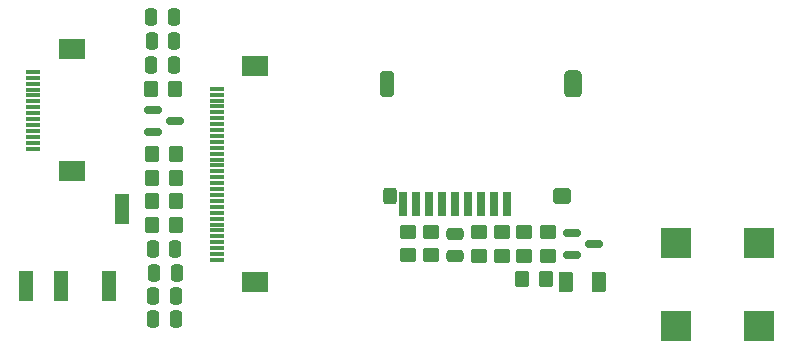
<source format=gbr>
%TF.GenerationSoftware,KiCad,Pcbnew,8.0.7-8.0.7-0~ubuntu22.04.1*%
%TF.CreationDate,2024-12-28T00:37:12+00:00*%
%TF.ProjectId,numcalcium,6e756d63-616c-4636-9975-6d2e6b696361,rev?*%
%TF.SameCoordinates,Original*%
%TF.FileFunction,Paste,Bot*%
%TF.FilePolarity,Positive*%
%FSLAX46Y46*%
G04 Gerber Fmt 4.6, Leading zero omitted, Abs format (unit mm)*
G04 Created by KiCad (PCBNEW 8.0.7-8.0.7-0~ubuntu22.04.1) date 2024-12-28 00:37:12*
%MOMM*%
%LPD*%
G01*
G04 APERTURE LIST*
G04 Aperture macros list*
%AMRoundRect*
0 Rectangle with rounded corners*
0 $1 Rounding radius*
0 $2 $3 $4 $5 $6 $7 $8 $9 X,Y pos of 4 corners*
0 Add a 4 corners polygon primitive as box body*
4,1,4,$2,$3,$4,$5,$6,$7,$8,$9,$2,$3,0*
0 Add four circle primitives for the rounded corners*
1,1,$1+$1,$2,$3*
1,1,$1+$1,$4,$5*
1,1,$1+$1,$6,$7*
1,1,$1+$1,$8,$9*
0 Add four rect primitives between the rounded corners*
20,1,$1+$1,$2,$3,$4,$5,0*
20,1,$1+$1,$4,$5,$6,$7,0*
20,1,$1+$1,$6,$7,$8,$9,0*
20,1,$1+$1,$8,$9,$2,$3,0*%
G04 Aperture macros list end*
%ADD10RoundRect,0.250000X0.250000X0.475000X-0.250000X0.475000X-0.250000X-0.475000X0.250000X-0.475000X0*%
%ADD11RoundRect,0.250000X0.350000X0.450000X-0.350000X0.450000X-0.350000X-0.450000X0.350000X-0.450000X0*%
%ADD12RoundRect,0.250000X0.450000X-0.350000X0.450000X0.350000X-0.450000X0.350000X-0.450000X-0.350000X0*%
%ADD13RoundRect,0.150000X-0.587500X-0.150000X0.587500X-0.150000X0.587500X0.150000X-0.587500X0.150000X0*%
%ADD14R,1.300000X0.300000*%
%ADD15R,2.200000X1.800000*%
%ADD16RoundRect,0.250000X-0.350000X-0.450000X0.350000X-0.450000X0.350000X0.450000X-0.350000X0.450000X0*%
%ADD17RoundRect,0.250000X-0.250000X-0.475000X0.250000X-0.475000X0.250000X0.475000X-0.250000X0.475000X0*%
%ADD18R,0.700000X2.000000*%
%ADD19RoundRect,0.300000X0.300000X0.800000X-0.300000X0.800000X-0.300000X-0.800000X0.300000X-0.800000X0*%
%ADD20RoundRect,0.300000X-0.300000X-0.400000X0.300000X-0.400000X0.300000X0.400000X-0.300000X0.400000X0*%
%ADD21RoundRect,0.350000X-0.450000X-0.350000X0.450000X-0.350000X0.450000X0.350000X-0.450000X0.350000X0*%
%ADD22RoundRect,0.381000X-0.381000X0.762000X-0.381000X-0.762000X0.381000X-0.762000X0.381000X0.762000X0*%
%ADD23R,2.500000X2.500000*%
%ADD24RoundRect,0.250000X-0.475000X0.250000X-0.475000X-0.250000X0.475000X-0.250000X0.475000X0.250000X0*%
%ADD25RoundRect,0.250000X-0.375000X-0.625000X0.375000X-0.625000X0.375000X0.625000X-0.375000X0.625000X0*%
%ADD26R,1.200000X2.500000*%
G04 APERTURE END LIST*
D10*
%TO.C,C11*%
X19015392Y28641001D03*
X17115392Y28641001D03*
%TD*%
D11*
%TO.C,R13*%
X19145792Y15083801D03*
X17145792Y15083801D03*
%TD*%
D12*
%TO.C,R21*%
X38831392Y10494801D03*
X38831392Y12494801D03*
%TD*%
D13*
%TO.C,Q8*%
X52660992Y10533001D03*
X52660992Y12433001D03*
X54535992Y11483001D03*
%TD*%
D14*
%TO.C,J5*%
X7065392Y26041001D03*
X7065392Y25541001D03*
X7065392Y25041001D03*
X7065392Y24541001D03*
X7065392Y24041001D03*
X7065392Y23541001D03*
X7065392Y23041001D03*
X7065392Y22541001D03*
X7065392Y22041001D03*
X7065392Y21541001D03*
X7065392Y21041001D03*
X7065392Y20541001D03*
X7065392Y20041001D03*
X7065392Y19541001D03*
D15*
X10315392Y27941001D03*
X10315392Y17641001D03*
%TD*%
D12*
%TO.C,R22*%
X40736392Y10494801D03*
X40736392Y12494801D03*
%TD*%
D14*
%TO.C,J4*%
X22623392Y24611801D03*
X22623392Y24111801D03*
X22623392Y23611801D03*
X22623392Y23111801D03*
X22623392Y22611801D03*
X22623392Y22111801D03*
X22623392Y21611801D03*
X22623392Y21111801D03*
X22623392Y20611801D03*
X22623392Y20111801D03*
X22623392Y19611801D03*
X22623392Y19111801D03*
X22623392Y18611801D03*
X22623392Y18111801D03*
X22623392Y17611801D03*
X22623392Y17111801D03*
X22623392Y16611801D03*
X22623392Y16111801D03*
X22623392Y15611801D03*
X22623392Y15111801D03*
X22623392Y14611801D03*
X22623392Y14111801D03*
X22623392Y13611801D03*
X22623392Y13111801D03*
X22623392Y12611801D03*
X22623392Y12111801D03*
X22623392Y11611801D03*
X22623392Y11111801D03*
X22623392Y10611801D03*
X22623392Y10111801D03*
D15*
X25873392Y26511801D03*
X25873392Y8211801D03*
%TD*%
D12*
%TO.C,R23*%
X44815392Y10441001D03*
X44815392Y12441001D03*
%TD*%
%TO.C,R27*%
X50615392Y10441001D03*
X50615392Y12441001D03*
%TD*%
D16*
%TO.C,R20*%
X17129792Y17051801D03*
X19129792Y17051801D03*
%TD*%
D17*
%TO.C,C12*%
X17245792Y5083801D03*
X19145792Y5083801D03*
%TD*%
D11*
%TO.C,R11*%
X19145792Y13083801D03*
X17145792Y13083801D03*
%TD*%
D18*
%TO.C,J12*%
X47215392Y14891001D03*
X46115392Y14891001D03*
X45015392Y14891001D03*
X43915392Y14891001D03*
X42815392Y14891001D03*
X41715392Y14891001D03*
X40615392Y14891001D03*
X39515392Y14891001D03*
X38415392Y14891001D03*
D19*
X37015392Y25041001D03*
D20*
X37265392Y15495801D03*
D21*
X51865392Y15495801D03*
D22*
X52765392Y25041001D03*
%TD*%
D12*
%TO.C,R24*%
X46720392Y10444984D03*
X46720392Y12444984D03*
%TD*%
D11*
%TO.C,R19*%
X19044992Y24577001D03*
X17044992Y24577001D03*
%TD*%
D17*
%TO.C,C9*%
X17079792Y26609001D03*
X18979792Y26609001D03*
%TD*%
D23*
%TO.C,BZ1*%
X61515392Y4527401D03*
X61515392Y11527401D03*
X68515392Y11527401D03*
X68515392Y4527401D03*
%TD*%
D24*
%TO.C,C15*%
X42815392Y12341001D03*
X42815392Y10441001D03*
%TD*%
D17*
%TO.C,C21*%
X17215392Y11041001D03*
X19115392Y11041001D03*
%TD*%
%TO.C,C20*%
X17315392Y9041001D03*
X19215392Y9041001D03*
%TD*%
D12*
%TO.C,R25*%
X48625392Y10441001D03*
X48625392Y12441001D03*
%TD*%
D11*
%TO.C,R18*%
X19145792Y19083801D03*
X17145792Y19083801D03*
%TD*%
D17*
%TO.C,C13*%
X17245792Y7083801D03*
X19145792Y7083801D03*
%TD*%
D10*
%TO.C,C10*%
X18964592Y30673001D03*
X17064592Y30673001D03*
%TD*%
D13*
%TO.C,Q9*%
X17206392Y20934601D03*
X17206392Y22834601D03*
X19081392Y21884601D03*
%TD*%
D25*
%TO.C,D27*%
X52215392Y8241001D03*
X55015392Y8241001D03*
%TD*%
D11*
%TO.C,R2*%
X50466192Y8472601D03*
X48466192Y8472601D03*
%TD*%
D26*
%TO.C,J9*%
X9456592Y7946001D03*
X6456592Y7946001D03*
X14556592Y14446001D03*
X13456592Y7946001D03*
%TD*%
M02*

</source>
